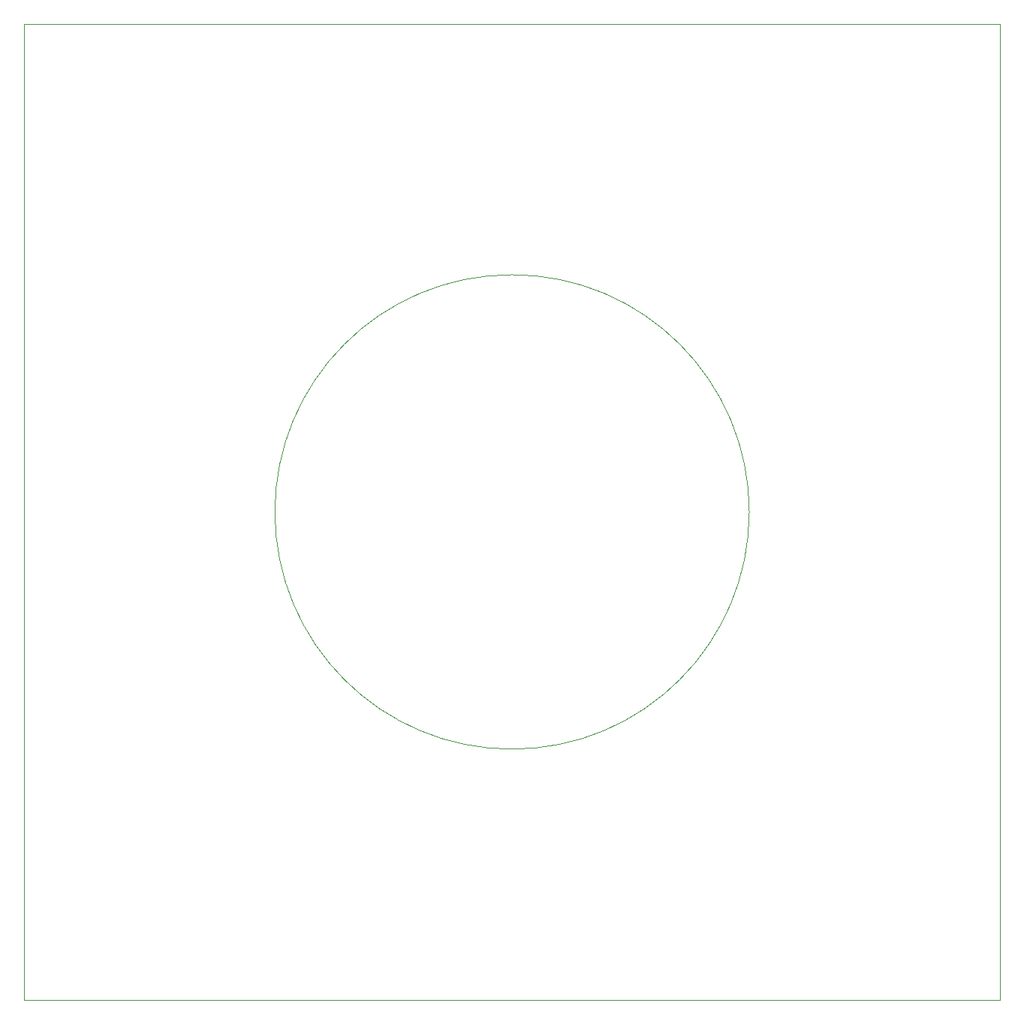
<source format=gm1>
G04*
G04 #@! TF.GenerationSoftware,Altium Limited,Altium Designer,25.7.1 (20)*
G04*
G04 Layer_Color=16711935*
%FSLAX44Y44*%
%MOMM*%
G71*
G04*
G04 #@! TF.SameCoordinates,A8FB585E-9788-47CE-A5C5-86C31FD2FAB8*
G04*
G04*
G04 #@! TF.FilePolarity,Positive*
G04*
G01*
G75*
%ADD16C,0.0010*%
%ADD17C,0.0001*%
D16*
X267500Y0D02*
G03*
X267500Y0I-267500J0D01*
G01*
D17*
X-550000Y550000D02*
X-550000Y-550000D01*
X-550000Y550000D02*
X550000D01*
X550000Y-550000D01*
X-550000D02*
X550000D01*
M02*

</source>
